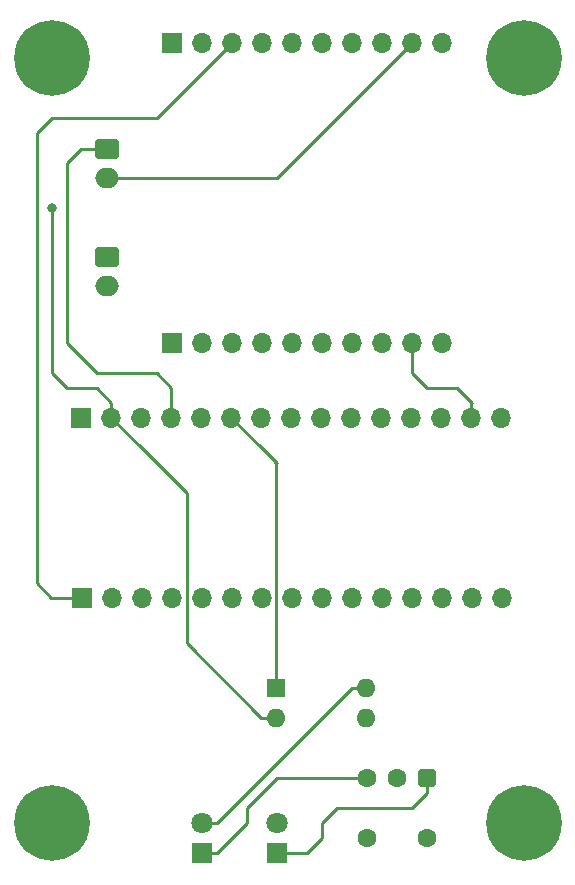
<source format=gbr>
%TF.GenerationSoftware,KiCad,Pcbnew,(6.0.8)*%
%TF.CreationDate,2022-10-06T23:43:35+09:00*%
%TF.ProjectId,Receiver,52656365-6976-4657-922e-6b696361645f,rev?*%
%TF.SameCoordinates,Original*%
%TF.FileFunction,Copper,L1,Top*%
%TF.FilePolarity,Positive*%
%FSLAX46Y46*%
G04 Gerber Fmt 4.6, Leading zero omitted, Abs format (unit mm)*
G04 Created by KiCad (PCBNEW (6.0.8)) date 2022-10-06 23:43:35*
%MOMM*%
%LPD*%
G01*
G04 APERTURE LIST*
G04 Aperture macros list*
%AMRoundRect*
0 Rectangle with rounded corners*
0 $1 Rounding radius*
0 $2 $3 $4 $5 $6 $7 $8 $9 X,Y pos of 4 corners*
0 Add a 4 corners polygon primitive as box body*
4,1,4,$2,$3,$4,$5,$6,$7,$8,$9,$2,$3,0*
0 Add four circle primitives for the rounded corners*
1,1,$1+$1,$2,$3*
1,1,$1+$1,$4,$5*
1,1,$1+$1,$6,$7*
1,1,$1+$1,$8,$9*
0 Add four rect primitives between the rounded corners*
20,1,$1+$1,$2,$3,$4,$5,0*
20,1,$1+$1,$4,$5,$6,$7,0*
20,1,$1+$1,$6,$7,$8,$9,0*
20,1,$1+$1,$8,$9,$2,$3,0*%
G04 Aperture macros list end*
%TA.AperFunction,ComponentPad*%
%ADD10C,0.800000*%
%TD*%
%TA.AperFunction,ComponentPad*%
%ADD11C,6.400000*%
%TD*%
%TA.AperFunction,ComponentPad*%
%ADD12R,1.700000X1.700000*%
%TD*%
%TA.AperFunction,ComponentPad*%
%ADD13O,1.700000X1.700000*%
%TD*%
%TA.AperFunction,ComponentPad*%
%ADD14RoundRect,0.250000X-0.750000X0.600000X-0.750000X-0.600000X0.750000X-0.600000X0.750000X0.600000X0*%
%TD*%
%TA.AperFunction,ComponentPad*%
%ADD15O,2.000000X1.700000*%
%TD*%
%TA.AperFunction,ComponentPad*%
%ADD16R,1.800000X1.800000*%
%TD*%
%TA.AperFunction,ComponentPad*%
%ADD17C,1.800000*%
%TD*%
%TA.AperFunction,ComponentPad*%
%ADD18R,1.600000X1.600000*%
%TD*%
%TA.AperFunction,ComponentPad*%
%ADD19O,1.600000X1.600000*%
%TD*%
%TA.AperFunction,ComponentPad*%
%ADD20C,1.600000*%
%TD*%
%TA.AperFunction,ComponentPad*%
%ADD21RoundRect,0.400000X0.400000X-0.400000X0.400000X0.400000X-0.400000X0.400000X-0.400000X-0.400000X0*%
%TD*%
%TA.AperFunction,ViaPad*%
%ADD22C,0.800000*%
%TD*%
%TA.AperFunction,Conductor*%
%ADD23C,0.250000*%
%TD*%
G04 APERTURE END LIST*
D10*
%TO.P,H1,1*%
%TO.N,N/C*%
X86787056Y-85517056D03*
X85090000Y-86220000D03*
X83392944Y-82122944D03*
X86787056Y-82122944D03*
X85090000Y-81420000D03*
D11*
X85090000Y-83820000D03*
D10*
X82690000Y-83820000D03*
X87490000Y-83820000D03*
X83392944Y-85517056D03*
%TD*%
%TO.P,H3,1*%
%TO.N,N/C*%
X125095000Y-146190000D03*
X126792056Y-146892944D03*
X123397944Y-150287056D03*
X125095000Y-150990000D03*
X123397944Y-146892944D03*
D11*
X125095000Y-148590000D03*
D10*
X122695000Y-148590000D03*
X126792056Y-150287056D03*
X127495000Y-148590000D03*
%TD*%
%TO.P,H4,1*%
%TO.N,N/C*%
X125095000Y-81420000D03*
X123397944Y-85517056D03*
X126792056Y-82122944D03*
D11*
X125095000Y-83820000D03*
D10*
X126792056Y-85517056D03*
X125095000Y-86220000D03*
X122695000Y-83820000D03*
X127495000Y-83820000D03*
X123397944Y-82122944D03*
%TD*%
D11*
%TO.P,H2,1*%
%TO.N,N/C*%
X85090000Y-148590000D03*
D10*
X86787056Y-146892944D03*
X83392944Y-146892944D03*
X83392944Y-150287056D03*
X85090000Y-146190000D03*
X86787056Y-150287056D03*
X87490000Y-148590000D03*
X85090000Y-150990000D03*
X82690000Y-148590000D03*
%TD*%
D12*
%TO.P,J4,1*%
%TO.N,Net-(J4-Pad1)*%
X95280000Y-82525000D03*
D13*
%TO.P,J4,2*%
%TO.N,Net-(J4-Pad2)*%
X97820000Y-82525000D03*
%TO.P,J4,3*%
%TO.N,TX*%
X100360000Y-82525000D03*
%TO.P,J4,4*%
%TO.N,Net-(J4-Pad4)*%
X102900000Y-82525000D03*
%TO.P,J4,5*%
%TO.N,Net-(J4-Pad5)*%
X105440000Y-82525000D03*
%TO.P,J4,6*%
%TO.N,Net-(J4-Pad6)*%
X107980000Y-82525000D03*
%TO.P,J4,7*%
%TO.N,Net-(J4-Pad7)*%
X110520000Y-82525000D03*
%TO.P,J4,8*%
%TO.N,Net-(J4-Pad8)*%
X113060000Y-82525000D03*
%TO.P,J4,9*%
%TO.N,GND*%
X115600000Y-82525000D03*
%TO.P,J4,10*%
%TO.N,Net-(J4-Pad10)*%
X118140000Y-82525000D03*
%TD*%
D12*
%TO.P,J1,1*%
%TO.N,TX*%
X87660000Y-129515000D03*
D13*
%TO.P,J1,2*%
%TO.N,RX*%
X90200000Y-129515000D03*
%TO.P,J1,3*%
%TO.N,Net-(J1-Pad3)*%
X92740000Y-129515000D03*
%TO.P,J1,4*%
%TO.N,Net-(J1-Pad4)*%
X95280000Y-129515000D03*
%TO.P,J1,5*%
%TO.N,Net-(J1-Pad5)*%
X97820000Y-129515000D03*
%TO.P,J1,6*%
%TO.N,Net-(J1-Pad6)*%
X100360000Y-129515000D03*
%TO.P,J1,7*%
%TO.N,Net-(J1-Pad7)*%
X102900000Y-129515000D03*
%TO.P,J1,8*%
%TO.N,Net-(J1-Pad8)*%
X105440000Y-129515000D03*
%TO.P,J1,9*%
%TO.N,Net-(J1-Pad9)*%
X107980000Y-129515000D03*
%TO.P,J1,10*%
%TO.N,Net-(J1-Pad10)*%
X110520000Y-129515000D03*
%TO.P,J1,11*%
%TO.N,Net-(J1-Pad11)*%
X113060000Y-129515000D03*
%TO.P,J1,12*%
%TO.N,Net-(J1-Pad12)*%
X115600000Y-129515000D03*
%TO.P,J1,13*%
%TO.N,Net-(J1-Pad13)*%
X118140000Y-129515000D03*
%TO.P,J1,14*%
%TO.N,Net-(J1-Pad14)*%
X120680000Y-129515000D03*
%TO.P,J1,15*%
%TO.N,Net-(J1-Pad15)*%
X123220000Y-129515000D03*
%TD*%
D14*
%TO.P,J5,1*%
%TO.N,+5V*%
X89810000Y-91460000D03*
D15*
%TO.P,J5,2*%
%TO.N,GND*%
X89810000Y-93960000D03*
%TD*%
D16*
%TO.P,D2,1*%
%TO.N,Net-(D2-Pad1)*%
X97790000Y-151130000D03*
D17*
%TO.P,D2,2*%
%TO.N,Net-(D2-Pad2)*%
X97790000Y-148590000D03*
%TD*%
D12*
%TO.P,J2,1*%
%TO.N,Net-(J2-Pad1)*%
X87615000Y-114275000D03*
D13*
%TO.P,J2,2*%
%TO.N,GND*%
X90155000Y-114275000D03*
%TO.P,J2,3*%
%TO.N,Net-(J2-Pad3)*%
X92695000Y-114275000D03*
%TO.P,J2,4*%
%TO.N,+5V*%
X95235000Y-114275000D03*
%TO.P,J2,5*%
%TO.N,Net-(J2-Pad5)*%
X97775000Y-114275000D03*
%TO.P,J2,6*%
%TO.N,Out*%
X100315000Y-114275000D03*
%TO.P,J2,7*%
%TO.N,Net-(J2-Pad7)*%
X102855000Y-114275000D03*
%TO.P,J2,8*%
%TO.N,Net-(J2-Pad8)*%
X105395000Y-114275000D03*
%TO.P,J2,9*%
%TO.N,Net-(J2-Pad9)*%
X107935000Y-114275000D03*
%TO.P,J2,10*%
%TO.N,Net-(J2-Pad10)*%
X110475000Y-114275000D03*
%TO.P,J2,11*%
%TO.N,Net-(J2-Pad11)*%
X113015000Y-114275000D03*
%TO.P,J2,12*%
%TO.N,Net-(J2-Pad12)*%
X115555000Y-114275000D03*
%TO.P,J2,13*%
%TO.N,Net-(J2-Pad13)*%
X118095000Y-114275000D03*
%TO.P,J2,14*%
%TO.N,+3V3*%
X120635000Y-114275000D03*
%TO.P,J2,15*%
%TO.N,Net-(J2-Pad15)*%
X123175000Y-114275000D03*
%TD*%
D18*
%TO.P,U1,1*%
%TO.N,Out*%
X104135000Y-137155000D03*
D19*
%TO.P,U1,2*%
%TO.N,GND*%
X104135000Y-139695000D03*
%TO.P,U1,3*%
%TO.N,Net-(D1-Pad2)*%
X111755000Y-139695000D03*
%TO.P,U1,4*%
%TO.N,Net-(D2-Pad2)*%
X111755000Y-137155000D03*
%TD*%
D14*
%TO.P,J6,1*%
%TO.N,Net-(J6-Pad1)*%
X89810000Y-100620000D03*
D15*
%TO.P,J6,2*%
%TO.N,Net-(D2-Pad2)*%
X89810000Y-103120000D03*
%TD*%
D12*
%TO.P,J3,1*%
%TO.N,Net-(J3-Pad1)*%
X95280000Y-107925000D03*
D13*
%TO.P,J3,2*%
%TO.N,Net-(J3-Pad2)*%
X97820000Y-107925000D03*
%TO.P,J3,3*%
%TO.N,Net-(J3-Pad3)*%
X100360000Y-107925000D03*
%TO.P,J3,4*%
%TO.N,RX*%
X102900000Y-107925000D03*
%TO.P,J3,5*%
%TO.N,Net-(J3-Pad5)*%
X105440000Y-107925000D03*
%TO.P,J3,6*%
%TO.N,Net-(J3-Pad6)*%
X107980000Y-107925000D03*
%TO.P,J3,7*%
%TO.N,Net-(J3-Pad7)*%
X110520000Y-107925000D03*
%TO.P,J3,8*%
%TO.N,Net-(J3-Pad8)*%
X113060000Y-107925000D03*
%TO.P,J3,9*%
%TO.N,+3V3*%
X115600000Y-107925000D03*
%TO.P,J3,10*%
%TO.N,Net-(J3-Pad10)*%
X118140000Y-107925000D03*
%TD*%
D16*
%TO.P,D1,1*%
%TO.N,Net-(D1-Pad1)*%
X104140000Y-151130000D03*
D17*
%TO.P,D1,2*%
%TO.N,Net-(D1-Pad2)*%
X104140000Y-148590000D03*
%TD*%
D20*
%TO.P,SW1,*%
%TO.N,*%
X116840000Y-149850000D03*
X111760000Y-149850000D03*
D21*
%TO.P,SW1,1*%
%TO.N,Net-(D1-Pad1)*%
X116840000Y-144770000D03*
D20*
%TO.P,SW1,2*%
%TO.N,Net-(J6-Pad1)*%
X114300000Y-144770000D03*
%TO.P,SW1,3*%
%TO.N,Net-(D2-Pad1)*%
X111760000Y-144770000D03*
%TD*%
D22*
%TO.N,GND*%
X85090000Y-96520000D03*
%TD*%
D23*
%TO.N,Net-(D1-Pad1)*%
X107950000Y-149860000D02*
X106680000Y-151130000D01*
X115570000Y-147320000D02*
X109220000Y-147320000D01*
X106680000Y-151130000D02*
X104140000Y-151130000D01*
X116840000Y-146050000D02*
X115570000Y-147320000D01*
X107950000Y-148590000D02*
X107950000Y-149860000D01*
X116840000Y-144770000D02*
X116840000Y-146050000D01*
X109220000Y-147320000D02*
X107950000Y-148590000D01*
%TO.N,Net-(D2-Pad1)*%
X104150000Y-144770000D02*
X111760000Y-144770000D01*
X97790000Y-151130000D02*
X99060000Y-151130000D01*
X101600000Y-148590000D02*
X101600000Y-147320000D01*
X99060000Y-151130000D02*
X101600000Y-148590000D01*
X101600000Y-147320000D02*
X104150000Y-144770000D01*
%TO.N,GND*%
X90155000Y-114275000D02*
X90155000Y-113015000D01*
X86360000Y-111760000D02*
X85090000Y-110490000D01*
X85090000Y-110490000D02*
X85090000Y-99060000D01*
X96520000Y-133350000D02*
X96520000Y-120640000D01*
X115600000Y-82525000D02*
X104165000Y-93960000D01*
X104135000Y-139695000D02*
X102865000Y-139695000D01*
X90155000Y-114275000D02*
X92715000Y-116835000D01*
X104165000Y-93960000D02*
X89810000Y-93960000D01*
X96520000Y-120640000D02*
X92715000Y-116835000D01*
X92715000Y-116835000D02*
X93980000Y-118100000D01*
X102865000Y-139695000D02*
X96520000Y-133350000D01*
X85090000Y-99060000D02*
X85090000Y-96520000D01*
X88900000Y-111760000D02*
X86360000Y-111760000D01*
X90155000Y-113015000D02*
X88900000Y-111760000D01*
%TO.N,Net-(D2-Pad2)*%
X99060000Y-148590000D02*
X97790000Y-148590000D01*
X110495000Y-137155000D02*
X99060000Y-148590000D01*
X111755000Y-137155000D02*
X110495000Y-137155000D01*
%TO.N,+5V*%
X86360000Y-92710000D02*
X86360000Y-107950000D01*
X86360000Y-107950000D02*
X88900000Y-110490000D01*
X95235000Y-111745000D02*
X95235000Y-114275000D01*
X89810000Y-91460000D02*
X87610000Y-91460000D01*
X87610000Y-91460000D02*
X86360000Y-92710000D01*
X93980000Y-110490000D02*
X95235000Y-111745000D01*
X88900000Y-110490000D02*
X93980000Y-110490000D01*
%TO.N,+3V3*%
X115600000Y-107925000D02*
X115600000Y-110460000D01*
X120650000Y-113030000D02*
X120635000Y-113045000D01*
X119380000Y-111760000D02*
X120650000Y-113030000D01*
X116900000Y-111760000D02*
X119380000Y-111760000D01*
X115600000Y-110460000D02*
X116900000Y-111760000D01*
X120635000Y-113045000D02*
X120635000Y-114275000D01*
%TO.N,TX*%
X85065000Y-129515000D02*
X87660000Y-129515000D01*
X83820000Y-90170000D02*
X83820000Y-128270000D01*
X85090000Y-88900000D02*
X83820000Y-90170000D01*
X83820000Y-128270000D02*
X85065000Y-129515000D01*
X93985000Y-88900000D02*
X85090000Y-88900000D01*
X100360000Y-82525000D02*
X93985000Y-88900000D01*
%TO.N,Out*%
X102875000Y-116835000D02*
X104140000Y-118100000D01*
X104135000Y-137155000D02*
X104135000Y-118095000D01*
X104135000Y-118095000D02*
X102875000Y-116835000D01*
X100315000Y-114275000D02*
X102875000Y-116835000D01*
%TD*%
M02*

</source>
